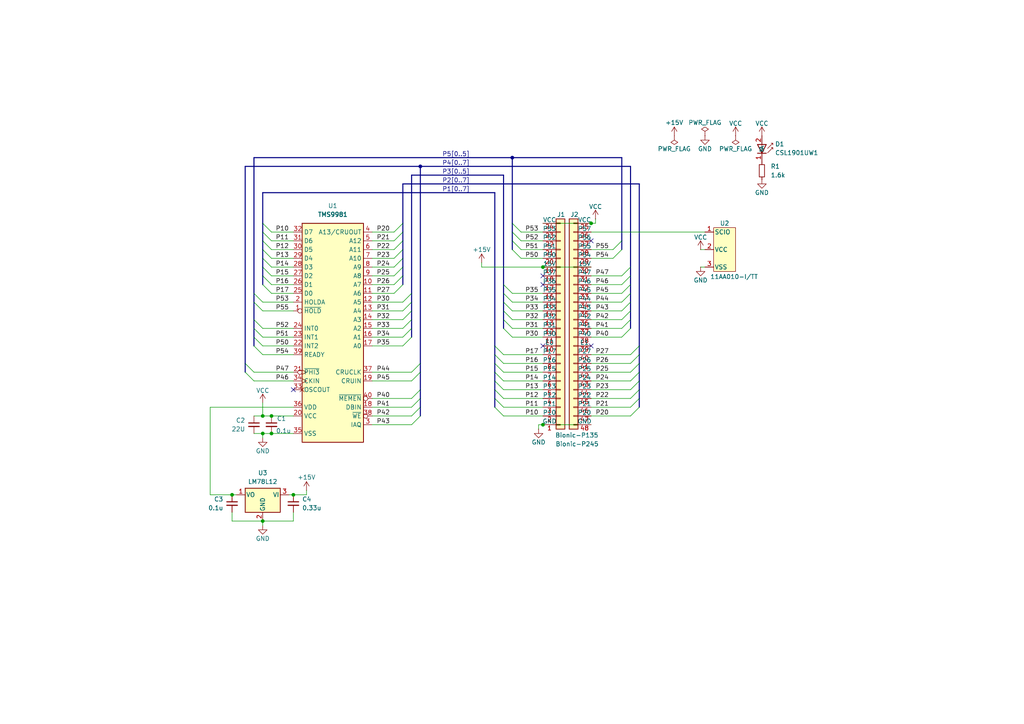
<source format=kicad_sch>
(kicad_sch (version 20231120) (generator "eeschema") (generator_version "8.0")
  (paper "A4")
  (title_block (title "BionicTMS9981") (date "2024-12-28") (rev "2") (company "Tadashi G. Takaoka"))
  (lib_symbols
    (symbol "0-LocalLibrary:11AA010-I_TT" (pin_names (offset 0.254))
      (property "Reference" "U" (at 2.54 1.27 0))
      (property "Value" "11AA010-I/TT" (at 3.81 -13.97 0))
      (symbol "11AA010-I_TT_1_1"
        (rectangle (start 0 0) (end 6.35 -12.7) (fill (type background)))
        (pin bidirectional line (at -2.54 -1.27 0) (length 2.54) (name "SCIO") (number "1"))
        (pin power_in line (at -2.54 -6.35 0) (length 2.54) (name "VCC") (number "2"))
        (pin power_in line (at -2.54 -11.43 0) (length 2.54) (name "VSS") (number "3"))
      )
    )
    (symbol "0-LocalLibrary:Bionic-P135" (pin_names (offset 0))
      (property "Reference" "J" (at 0 30.48 0))
      (property "Value" "Bionic-P135" (at -1.27 -33.02 0))
      (symbol "Bionic-P135_1_1"
        (rectangle (start 0 -30.353) (end -1.27 -30.607) (stroke (width 0.1524)))
        (rectangle (start 0 -27.813) (end -1.27 -28.067) (stroke (width 0.1524)))
        (rectangle (start 0 -25.273) (end -1.27 -25.527) (stroke (width 0.1524)))
        (rectangle (start 0 -22.733) (end -1.27 -22.987) (stroke (width 0.1524)))
        (rectangle (start 0 -20.193) (end -1.27 -20.447) (stroke (width 0.1524)))
        (rectangle (start 0 -17.653) (end -1.27 -17.907) (stroke (width 0.1524)))
        (rectangle (start 0 -15.113) (end -1.27 -15.367) (stroke (width 0.1524)))
        (rectangle (start 0 -12.573) (end -1.27 -12.827) (stroke (width 0.1524)))
        (rectangle (start 0 -10.033) (end -1.27 -10.287) (stroke (width 0.1524)))
        (rectangle (start 0 -7.493) (end -1.27 -7.747) (stroke (width 0.1524)))
        (rectangle (start 0 -4.953) (end -1.27 -5.207) (stroke (width 0.1524)))
        (rectangle (start 0 -2.413) (end -1.27 -2.667) (stroke (width 0.1524)))
        (rectangle (start 0 0.127) (end -1.27 -0.127) (stroke (width 0.1524)))
        (rectangle (start 0 2.667) (end -1.27 2.413) (stroke (width 0.1524)))
        (rectangle (start 0 5.207) (end -1.27 4.953) (stroke (width 0.1524)))
        (rectangle (start 0 7.747) (end -1.27 7.493) (stroke (width 0.1524)))
        (rectangle (start 0 10.287) (end -1.27 10.033) (stroke (width 0.1524)))
        (rectangle (start 0 12.827) (end -1.27 12.573) (stroke (width 0.1524)))
        (rectangle (start 0 15.367) (end -1.27 15.113) (stroke (width 0.1524)))
        (rectangle (start 0 17.907) (end -1.27 17.653) (stroke (width 0.1524)))
        (rectangle (start 0 20.447) (end -1.27 20.193) (stroke (width 0.1524)))
        (rectangle (start 0 22.987) (end -1.27 22.733) (stroke (width 0.1524)))
        (rectangle (start 0 25.527) (end -1.27 25.273) (stroke (width 0.1524)))
        (rectangle (start 0 28.067) (end -1.27 27.813) (stroke (width 0.1524)))
        (rectangle (start 1.27 29.21) (end -1.27 -31.75) (stroke (width 0.254)) (fill (type background)))
        (pin power_in line (at -5.08 -30.48 0) (length 3.81) (name "GND") (number "1"))
        (pin bidirectional line (at -5.08 -7.62 0) (length 3.81) (name "E0") (number "10"))
        (pin bidirectional line (at -5.08 -5.08 0) (length 3.81) (name "P30") (number "11"))
        (pin bidirectional line (at -5.08 -2.54 0) (length 3.81) (name "P31") (number "12"))
        (pin bidirectional line (at -5.08 0 0) (length 3.81) (name "P32") (number "13"))
        (pin bidirectional line (at -5.08 2.54 0) (length 3.81) (name "P33") (number "14"))
        (pin bidirectional line (at -5.08 5.08 0) (length 3.81) (name "P34") (number "15"))
        (pin bidirectional line (at -5.08 7.62 0) (length 3.81) (name "P35") (number "16"))
        (pin bidirectional line (at -5.08 10.16 0) (length 3.81) (name "P36") (number "17"))
        (pin bidirectional line (at -5.08 12.7 0) (length 3.81) (name "P37") (number "18"))
        (pin power_in line (at -5.08 15.24 0) (length 3.81) (name "15V") (number "19"))
        (pin bidirectional line (at -5.08 -27.94 0) (length 3.81) (name "P10") (number "2"))
        (pin bidirectional line (at -5.08 17.78 0) (length 3.81) (name "P50") (number "20"))
        (pin bidirectional line (at -5.08 20.32 0) (length 3.81) (name "P51") (number "21"))
        (pin bidirectional line (at -5.08 22.86 0) (length 3.81) (name "P52") (number "22"))
        (pin bidirectional line (at -5.08 25.4 0) (length 3.81) (name "P53") (number "23"))
        (pin power_in line (at -5.08 27.94 0) (length 3.81) (name "VCC") (number "24"))
        (pin bidirectional line (at -5.08 -25.4 0) (length 3.81) (name "P11") (number "3"))
        (pin bidirectional line (at -5.08 -22.86 0) (length 3.81) (name "P12") (number "4"))
        (pin bidirectional line (at -5.08 -20.32 0) (length 3.81) (name "P13") (number "5"))
        (pin bidirectional line (at -5.08 -17.78 0) (length 3.81) (name "P14") (number "6"))
        (pin bidirectional line (at -5.08 -15.24 0) (length 3.81) (name "P15") (number "7"))
        (pin bidirectional line (at -5.08 -12.7 0) (length 3.81) (name "P16") (number "8"))
        (pin bidirectional line (at -5.08 -10.16 0) (length 3.81) (name "P17") (number "9"))
      )
    )
    (symbol "0-LocalLibrary:Bionic-P245" (pin_names (offset 0))
      (property "Reference" "J" (at -3.81 30.48 0))
      (property "Value" "Bionic-P245" (at -1.27 -33.02 0))
      (symbol "Bionic-P245_1_1"
        (rectangle (start -2.54 -30.607) (end -3.81 -30.353) (stroke (width 0.1524)))
        (rectangle (start -2.54 -28.067) (end -3.81 -27.813) (stroke (width 0.1524)))
        (rectangle (start -2.54 -25.527) (end -3.81 -25.273) (stroke (width 0.1524)))
        (rectangle (start -2.54 -22.987) (end -3.81 -22.733) (stroke (width 0.1524)))
        (rectangle (start -2.54 -20.447) (end -3.81 -20.193) (stroke (width 0.1524)))
        (rectangle (start -2.54 -17.907) (end -3.81 -17.653) (stroke (width 0.1524)))
        (rectangle (start -2.54 -15.367) (end -3.81 -15.113) (stroke (width 0.1524)))
        (rectangle (start -2.54 -12.827) (end -3.81 -12.573) (stroke (width 0.1524)))
        (rectangle (start -2.54 -10.287) (end -3.81 -10.033) (stroke (width 0.1524)))
        (rectangle (start -2.54 -7.747) (end -3.81 -7.493) (stroke (width 0.1524)))
        (rectangle (start -2.54 -5.207) (end -3.81 -4.953) (stroke (width 0.1524)))
        (rectangle (start -2.54 -2.667) (end -3.81 -2.413) (stroke (width 0.1524)))
        (rectangle (start -2.54 -0.127) (end -3.81 0.127) (stroke (width 0.1524)))
        (rectangle (start -2.54 2.413) (end -3.81 2.667) (stroke (width 0.1524)))
        (rectangle (start -2.54 4.953) (end -3.81 5.207) (stroke (width 0.1524)))
        (rectangle (start -2.54 7.493) (end -3.81 7.747) (stroke (width 0.1524)))
        (rectangle (start -2.54 10.033) (end -3.81 10.287) (stroke (width 0.1524)))
        (rectangle (start -2.54 12.573) (end -3.81 12.827) (stroke (width 0.1524)))
        (rectangle (start -2.54 15.113) (end -3.81 15.367) (stroke (width 0.1524)))
        (rectangle (start -2.54 17.653) (end -3.81 17.907) (stroke (width 0.1524)))
        (rectangle (start -2.54 20.193) (end -3.81 20.447) (stroke (width 0.1524)))
        (rectangle (start -2.54 22.733) (end -3.81 22.987) (stroke (width 0.1524)))
        (rectangle (start -2.54 25.273) (end -3.81 25.527) (stroke (width 0.1524)))
        (rectangle (start -2.54 27.813) (end -3.81 28.067) (stroke (width 0.1524)))
        (rectangle (start -2.54 29.21) (end -5.08 -31.75) (stroke (width 0.254)) (fill (type background)))
        (pin power_in line (at 1.27 27.94 180) (length 3.81) (name "VCC") (number "25"))
        (pin bidirectional line (at 1.27 25.4 180) (length 3.81) (name "P57") (number "26"))
        (pin bidirectional line (at 1.27 22.86 180) (length 3.81) (name "P56") (number "27"))
        (pin bidirectional line (at 1.27 20.32 180) (length 3.81) (name "P55") (number "28"))
        (pin bidirectional line (at 1.27 17.78 180) (length 3.81) (name "P54") (number "29"))
        (pin power_in line (at 1.27 15.24 180) (length 3.81) (name "15V") (number "30"))
        (pin bidirectional line (at 1.27 12.7 180) (length 3.81) (name "P47") (number "31"))
        (pin bidirectional line (at 1.27 10.16 180) (length 3.81) (name "P46") (number "32"))
        (pin bidirectional line (at 1.27 7.62 180) (length 3.81) (name "P45") (number "33"))
        (pin bidirectional line (at 1.27 5.08 180) (length 3.81) (name "P44") (number "34"))
        (pin bidirectional line (at 1.27 2.54 180) (length 3.81) (name "P43") (number "35"))
        (pin bidirectional line (at 1.27 0 180) (length 3.81) (name "P42") (number "36"))
        (pin bidirectional line (at 1.27 -2.54 180) (length 3.81) (name "P41") (number "37"))
        (pin bidirectional line (at 1.27 -5.08 180) (length 3.81) (name "P40") (number "38"))
        (pin bidirectional line (at 1.27 -7.62 180) (length 3.81) (name "E1") (number "39"))
        (pin bidirectional line (at 1.27 -10.16 180) (length 3.81) (name "P27") (number "40"))
        (pin bidirectional line (at 1.27 -12.7 180) (length 3.81) (name "P26") (number "41"))
        (pin bidirectional line (at 1.27 -15.24 180) (length 3.81) (name "P25") (number "42"))
        (pin bidirectional line (at 1.27 -17.78 180) (length 3.81) (name "P24") (number "43"))
        (pin bidirectional line (at 1.27 -20.32 180) (length 3.81) (name "P23") (number "44"))
        (pin bidirectional line (at 1.27 -22.86 180) (length 3.81) (name "P22") (number "45"))
        (pin bidirectional line (at 1.27 -25.4 180) (length 3.81) (name "P21") (number "46"))
        (pin bidirectional line (at 1.27 -27.94 180) (length 3.81) (name "P20") (number "47"))
        (pin power_in line (at 1.27 -30.48 180) (length 3.81) (name "GND") (number "48"))
      )
    )
    (symbol "0-LocalLibrary:CSL1901UW1" (pin_names (offset 0.254))
      (property "Reference" "D" (at 3.81 -2.54 0))
      (property "Value" "CSL1901UW1" (at 3.81 -5.08 0))
      (symbol "CSL1901UW1_0_1"
        (polyline (pts (xy 2.159 3.175) (xy 2.667 3.175)))
        (polyline (pts (xy 2.54 0) (xy 5.08 0)))
        (polyline (pts (xy 5.08 1.27) (xy 5.08 -1.27)) (stroke (width 0.254)))
        (polyline (pts (xy 3.683 1.651) (xy 2.159 3.175) (xy 2.159 2.667)))
        (polyline (pts (xy 2.54 -1.27) (xy 5.08 0) (xy 2.54 1.27) (xy 2.54 -1.27)) (stroke (width 0.254)))
        (polyline (pts (xy 4.953 1.651) (xy 3.429 3.175) (xy 3.429 2.667) (xy 3.429 3.175) (xy 3.937 3.175)))
      )
      (symbol "CSL1901UW1_1_1"
        (pin passive line (at 7.62 0 180) (length 2.54) (name "K") (number "1"))
        (pin passive line (at 0 0 0) (length 2.54) (name "A") (number "2"))
      )
      (symbol "CSL1901UW1_1_2"
        (polyline (pts (xy -5.08 7.62) (xy -4.445 8.255)) (stroke (width 0.2032)))
        (polyline (pts (xy -5.08 8.255) (xy -5.08 7.62)) (stroke (width 0.2032)))
        (polyline (pts (xy -4.445 6.35) (xy -3.81 6.985)) (stroke (width 0.2032)))
        (polyline (pts (xy -4.445 8.255) (xy -5.08 8.255)) (stroke (width 0.2032)))
        (polyline (pts (xy -4.445 9.525) (xy -3.81 10.16)) (stroke (width 0.2032)))
        (polyline (pts (xy -4.445 10.16) (xy -4.445 9.525)) (stroke (width 0.2032)))
        (polyline (pts (xy -3.81 6.985) (xy -5.08 8.255)) (stroke (width 0.2032)))
        (polyline (pts (xy -3.81 8.255) (xy -3.175 8.89)) (stroke (width 0.2032)))
        (polyline (pts (xy -3.81 10.16) (xy -4.445 10.16)) (stroke (width 0.2032)))
        (polyline (pts (xy -3.175 5.08) (xy -4.445 6.35)) (stroke (width 0.2032)))
        (polyline (pts (xy -3.175 8.89) (xy -4.445 10.16)) (stroke (width 0.2032)))
        (polyline (pts (xy -2.54 6.985) (xy -3.81 8.255)) (stroke (width 0.2032)))
        (polyline (pts (xy -1.905 3.81) (xy 1.905 3.81)) (stroke (width 0.2032)))
        (polyline (pts (xy 0 2.54) (xy 0 3.4798)) (stroke (width 0.2032)))
        (polyline (pts (xy 0 3.175) (xy 0 3.81)) (stroke (width 0.2032)))
        (polyline (pts (xy 0 6.35) (xy -1.905 3.81)) (stroke (width 0.2032)))
        (polyline (pts (xy 0 6.35) (xy 0 7.62)) (stroke (width 0.2032)))
        (polyline (pts (xy 1.905 3.81) (xy 0 6.35)) (stroke (width 0.2032)))
        (polyline (pts (xy 1.905 6.35) (xy -1.905 6.35)) (stroke (width 0.2032)))
        (pin unspecified line (at 0 10.16 270) (length 2.54) (name "") (number "1"))
        (pin unspecified line (at 0 0 90) (length 2.54) (name "") (number "2"))
      )
    )
    (symbol "0-LocalLibrary:TMS9981"
      (property "Reference" "U" (at -1.27 31.75 0))
      (property "Value" "TMS9981" (at 0 -3.81 90))
      (symbol "TMS9981_0_1"
        (rectangle (start -8.89 -33.02) (end 8.89 30.48) (stroke (width 0.254)) (fill (type background)))
      )
      (symbol "TMS9981_1_1"
        (pin input inverted (at -11.43 5.08 0) (length 2.54) (name "~{HOLD}") (number "1"))
        (pin output line (at 11.43 12.7 180) (length 2.54) (name "A7") (number "10"))
        (pin output line (at 11.43 10.16 180) (length 2.54) (name "A6") (number "11"))
        (pin output line (at 11.43 7.62 180) (length 2.54) (name "A5") (number "12"))
        (pin output line (at 11.43 5.08 180) (length 2.54) (name "A4") (number "13"))
        (pin output line (at 11.43 2.54 180) (length 2.54) (name "A3") (number "14"))
        (pin output line (at 11.43 0 180) (length 2.54) (name "A2") (number "15"))
        (pin output line (at 11.43 -2.54 180) (length 2.54) (name "A1") (number "16"))
        (pin output line (at 11.43 -5.08 180) (length 2.54) (name "A0") (number "17"))
        (pin output line (at 11.43 -22.86 180) (length 2.54) (name "DBIN") (number "18"))
        (pin input line (at 11.43 -15.24 180) (length 2.54) (name "CRUIN") (number "19"))
        (pin output line (at -11.43 7.62 0) (length 2.54) (name "HOLDA") (number "2"))
        (pin power_in line (at -11.43 -25.4 0) (length 2.54) (name "VCC") (number "20"))
        (pin output inverted_clock (at -11.43 -12.7 0) (length 2.54) (name "~{PHI3}") (number "21"))
        (pin input line (at -11.43 -5.08 0) (length 2.54) (name "INT2") (number "22"))
        (pin input line (at -11.43 -2.54 0) (length 2.54) (name "INT1") (number "23"))
        (pin input line (at -11.43 0 0) (length 2.54) (name "INT0") (number "24"))
        (pin bidirectional line (at -11.43 10.16 0) (length 2.54) (name "D0") (number "25"))
        (pin bidirectional line (at -11.43 12.7 0) (length 2.54) (name "D1") (number "26"))
        (pin bidirectional line (at -11.43 15.24 0) (length 2.54) (name "D2") (number "27"))
        (pin bidirectional line (at -11.43 17.78 0) (length 2.54) (name "D3") (number "28"))
        (pin bidirectional line (at -11.43 20.32 0) (length 2.54) (name "D4") (number "29"))
        (pin output line (at 11.43 -27.94 180) (length 2.54) (name "IAQ") (number "3"))
        (pin bidirectional line (at -11.43 22.86 0) (length 2.54) (name "D5") (number "30"))
        (pin bidirectional line (at -11.43 25.4 0) (length 2.54) (name "D6") (number "31"))
        (pin bidirectional line (at -11.43 27.94 0) (length 2.54) (name "D7") (number "32"))
        (pin passive non_logic (at -11.43 -17.78 0) (length 2.54) (name "OSCOUT") (number "33"))
        (pin input clock (at -11.43 -15.24 0) (length 2.54) (name "CKIN") (number "34"))
        (pin power_in line (at -11.43 -30.48 0) (length 2.54) (name "VSS") (number "35"))
        (pin power_in line (at -11.43 -22.86 0) (length 2.54) (name "VDD") (number "36"))
        (pin output line (at 11.43 -12.7 180) (length 2.54) (name "CRUCLK") (number "37"))
        (pin output inverted (at 11.43 -25.4 180) (length 2.54) (name "~{WE}") (number "38"))
        (pin input line (at -11.43 -7.62 0) (length 2.54) (name "READY") (number "39"))
        (pin output line (at 11.43 27.94 180) (length 2.54) (name "A13/CRUOUT") (number "4"))
        (pin output inverted (at 11.43 -20.32 180) (length 2.54) (name "~{MEMEN}") (number "40"))
        (pin output line (at 11.43 25.4 180) (length 2.54) (name "A12") (number "5"))
        (pin output line (at 11.43 22.86 180) (length 2.54) (name "A11") (number "6"))
        (pin output line (at 11.43 20.32 180) (length 2.54) (name "A10") (number "7"))
        (pin output line (at 11.43 17.78 180) (length 2.54) (name "A9") (number "8"))
        (pin output line (at 11.43 15.24 180) (length 2.54) (name "A8") (number "9"))
      )
    )
    (symbol "Device:C_Small" (pin_numbers hide) (pin_names (offset 0.254) hide)
      (property "Reference" "C" (at 0.254 1.778 0))
      (property "Value" "C_Small" (at 0.254 -2.032 0))
      (symbol "C_Small_0_1"
        (polyline (pts (xy -1.524 -0.508) (xy 1.524 -0.508)) (stroke (width 0.3302)))
        (polyline (pts (xy -1.524 0.508) (xy 1.524 0.508)) (stroke (width 0.3048)))
      )
      (symbol "C_Small_1_1"
        (pin passive line (at 0 2.54 270) (length 2.032) (name "~") (number "1"))
        (pin passive line (at 0 -2.54 90) (length 2.032) (name "~") (number "2"))
      )
    )
    (symbol "Device:R_Small" (pin_numbers hide) (pin_names (offset 0.254) hide)
      (property "Reference" "R" (at 0.762 0.508 0))
      (property "Value" "R_Small" (at 0.762 -1.016 0))
      (symbol "R_Small_0_1"
        (rectangle (start -0.762 1.778) (end 0.762 -1.778) (stroke (width 0.2032)))
      )
      (symbol "R_Small_1_1"
        (pin passive line (at 0 2.54 270) (length 0.762) (name "~") (number "1"))
        (pin passive line (at 0 -2.54 90) (length 0.762) (name "~") (number "2"))
      )
    )
    (symbol "Regulator_Linear:LM78L12_TO92" (pin_names (offset 0.254))
      (property "Reference" "U" (at -3.81 3.175 0))
      (property "Value" "LM78L12_TO92" (at 0 3.175 0))
      (symbol "LM78L12_TO92_0_1"
        (rectangle (start -5.08 -5.08) (end 5.08 1.905) (stroke (width 0.254)) (fill (type background)))
      )
      (symbol "LM78L12_TO92_1_1"
        (pin power_out line (at 7.62 0 180) (length 2.54) (name "VO") (number "1"))
        (pin power_in line (at 0 -7.62 90) (length 2.54) (name "GND") (number "2"))
        (pin power_in line (at -7.62 0 0) (length 2.54) (name "VI") (number "3"))
      )
    )
    (symbol "power:+15V" (power) (pin_numbers hide) (pin_names (offset 0) hide)
      (property "Value" "+15V" (at 0 3.556 0))
      (symbol "+15V_0_1"
        (polyline (pts (xy -0.762 1.27) (xy 0 2.54)))
        (polyline (pts (xy 0 0) (xy 0 2.54)))
        (polyline (pts (xy 0 2.54) (xy 0.762 1.27)))
      )
      (symbol "+15V_1_1"
        (pin power_in line (at 0 0 90) (length 0) (name "~") (number "1"))
      )
    )
    (symbol "power:GND" (power) (pin_numbers hide) (pin_names (offset 0) hide)
      (property "Value" "GND" (at 0 -3.81 0))
      (symbol "GND_0_1"
        (polyline (pts (xy 0 0) (xy 0 -1.27) (xy 1.27 -1.27) (xy 0 -2.54) (xy -1.27 -1.27) (xy 0 -1.27)))
      )
      (symbol "GND_1_1"
        (pin power_in line (at 0 0 270) (length 0) (name "~") (number "1"))
      )
    )
    (symbol "power:PWR_FLAG" (power) (pin_numbers hide) (pin_names (offset 0) hide)
      (property "Value" "PWR_FLAG" (at 0 3.81 0))
      (symbol "PWR_FLAG_0_0"
        (pin power_out line (at 0 0 90) (length 0) (name "~") (number "1"))
      )
      (symbol "PWR_FLAG_0_1"
        (polyline (pts (xy 0 0) (xy 0 1.27) (xy -1.016 1.905) (xy 0 2.54) (xy 1.016 1.905) (xy 0 1.27)))
      )
    )
    (symbol "power:VCC" (power) (pin_numbers hide) (pin_names (offset 0) hide)
      (property "Value" "VCC" (at 0 3.556 0))
      (symbol "VCC_0_1"
        (polyline (pts (xy -0.762 1.27) (xy 0 2.54)))
        (polyline (pts (xy 0 0) (xy 0 2.54)))
        (polyline (pts (xy 0 2.54) (xy 0.762 1.27)))
      )
      (symbol "VCC_1_1"
        (pin power_in line (at 0 0 90) (length 0) (name "~") (number "1"))
      )
    )
  )
  (junction (at 171.45 64.77))
  (junction (at 76.2 125.73))
  (junction (at 78.74 120.65))
  (junction (at 76.2 120.65))
  (junction (at 78.74 125.73))
  (junction (at 157.48 77.47))
  (junction (at 157.48 123.19))
  (junction (at 67.31 143.51))
  (junction (at 148.59 45.72))
  (junction (at 76.2 151.13))
  (junction (at 85.09 143.51))
  (junction (at 121.92 48.26))
  (no_connect (at 157.48 100.33))
  (no_connect (at 171.45 69.85))
  (no_connect (at 85.09 113.03))
  (no_connect (at 157.48 82.55))
  (no_connect (at 171.45 100.33))
  (no_connect (at 157.48 80.01))
  (bus_entry (at 143.51 113.03) (size 2.54 2.54))
  (bus_entry (at 76.2 64.77) (size 2.54 2.54))
  (bus_entry (at 143.51 110.49) (size 2.54 2.54))
  (bus_entry (at 119.38 90.17) (size -2.54 2.54))
  (bus_entry (at 76.2 74.93) (size 2.54 2.54))
  (bus_entry (at 182.88 90.17) (size -2.54 2.54))
  (bus_entry (at 148.59 69.85) (size 2.54 2.54))
  (bus_entry (at 121.92 118.11) (size -2.54 2.54))
  (bus_entry (at 185.42 102.87) (size -2.54 2.54))
  (bus_entry (at 73.66 95.25) (size 2.54 2.54))
  (bus_entry (at 148.59 67.31) (size 2.54 2.54))
  (bus_entry (at 185.42 100.33) (size -2.54 2.54))
  (bus_entry (at 182.88 85.09) (size -2.54 2.54))
  (bus_entry (at 119.38 97.79) (size -2.54 2.54))
  (bus_entry (at 121.92 115.57) (size -2.54 2.54))
  (bus_entry (at 185.42 107.95) (size -2.54 2.54))
  (bus_entry (at 143.51 118.11) (size 2.54 2.54))
  (bus_entry (at 76.2 69.85) (size 2.54 2.54))
  (bus_entry (at 71.12 105.41) (size 2.54 2.54))
  (bus_entry (at 116.84 67.31) (size -2.54 2.54))
  (bus_entry (at 182.88 87.63) (size -2.54 2.54))
  (bus_entry (at 119.38 92.71) (size -2.54 2.54))
  (bus_entry (at 182.88 80.01) (size -2.54 2.54))
  (bus_entry (at 182.88 82.55) (size -2.54 2.54))
  (bus_entry (at 73.66 100.33) (size 2.54 2.54))
  (bus_entry (at 185.42 118.11) (size -2.54 2.54))
  (bus_entry (at 180.34 72.39) (size -2.54 2.54))
  (bus_entry (at 185.42 110.49) (size -2.54 2.54))
  (bus_entry (at 143.51 115.57) (size 2.54 2.54))
  (bus_entry (at 143.51 102.87) (size 2.54 2.54))
  (bus_entry (at 76.2 72.39) (size 2.54 2.54))
  (bus_entry (at 143.51 107.95) (size 2.54 2.54))
  (bus_entry (at 185.42 105.41) (size -2.54 2.54))
  (bus_entry (at 119.38 87.63) (size -2.54 2.54))
  (bus_entry (at 148.59 64.77) (size 2.54 2.54))
  (bus_entry (at 116.84 72.39) (size -2.54 2.54))
  (bus_entry (at 143.51 100.33) (size 2.54 2.54))
  (bus_entry (at 121.92 105.41) (size -2.54 2.54))
  (bus_entry (at 185.42 115.57) (size -2.54 2.54))
  (bus_entry (at 76.2 80.01) (size 2.54 2.54))
  (bus_entry (at 73.66 85.09) (size 2.54 2.54))
  (bus_entry (at 116.84 69.85) (size -2.54 2.54))
  (bus_entry (at 121.92 120.65) (size -2.54 2.54))
  (bus_entry (at 73.66 92.71) (size 2.54 2.54))
  (bus_entry (at 116.84 80.01) (size -2.54 2.54))
  (bus_entry (at 146.05 87.63) (size 2.54 2.54))
  (bus_entry (at 119.38 85.09) (size -2.54 2.54))
  (bus_entry (at 121.92 107.95) (size -2.54 2.54))
  (bus_entry (at 76.2 77.47) (size 2.54 2.54))
  (bus_entry (at 116.84 74.93) (size -2.54 2.54))
  (bus_entry (at 121.92 113.03) (size -2.54 2.54))
  (bus_entry (at 148.59 72.39) (size 2.54 2.54))
  (bus_entry (at 116.84 77.47) (size -2.54 2.54))
  (bus_entry (at 182.88 77.47) (size -2.54 2.54))
  (bus_entry (at 116.84 64.77) (size -2.54 2.54))
  (bus_entry (at 146.05 95.25) (size 2.54 2.54))
  (bus_entry (at 73.66 87.63) (size 2.54 2.54))
  (bus_entry (at 143.51 105.41) (size 2.54 2.54))
  (bus_entry (at 116.84 82.55) (size -2.54 2.54))
  (bus_entry (at 146.05 82.55) (size 2.54 2.54))
  (bus_entry (at 73.66 97.79) (size 2.54 2.54))
  (bus_entry (at 119.38 95.25) (size -2.54 2.54))
  (bus_entry (at 76.2 67.31) (size 2.54 2.54))
  (bus_entry (at 182.88 95.25) (size -2.54 2.54))
  (bus_entry (at 146.05 90.17) (size 2.54 2.54))
  (bus_entry (at 146.05 92.71) (size 2.54 2.54))
  (bus_entry (at 76.2 82.55) (size 2.54 2.54))
  (bus_entry (at 71.12 107.95) (size 2.54 2.54))
  (bus_entry (at 182.88 92.71) (size -2.54 2.54))
  (bus_entry (at 180.34 69.85) (size -2.54 2.54))
  (bus_entry (at 146.05 85.09) (size 2.54 2.54))
  (bus_entry (at 185.42 113.03) (size -2.54 2.54))
  (wire (pts (xy 60.96 118.11) (xy 60.96 143.51)))
  (bus (pts (xy 143.51 102.87) (xy 143.51 100.33)))
  (wire (pts (xy 67.31 148.59) (xy 67.31 151.13)))
  (wire (pts (xy 146.05 107.95) (xy 157.48 107.95)))
  (wire (pts (xy 171.45 80.01) (xy 180.34 80.01)))
  (bus (pts (xy 146.05 50.8) (xy 119.38 50.8)))
  (wire (pts (xy 107.95 97.79) (xy 116.84 97.79)))
  (wire (pts (xy 107.95 118.11) (xy 119.38 118.11)))
  (wire (pts (xy 107.95 100.33) (xy 116.84 100.33)))
  (wire (pts (xy 76.2 120.65) (xy 78.74 120.65)))
  (bus (pts (xy 119.38 87.63) (xy 119.38 90.17)))
  (wire (pts (xy 78.74 72.39) (xy 85.09 72.39)))
  (wire (pts (xy 78.74 125.73) (xy 85.09 125.73)))
  (bus (pts (xy 76.2 69.85) (xy 76.2 72.39)))
  (wire (pts (xy 203.2 77.47) (xy 204.47 77.47)))
  (bus (pts (xy 185.42 107.95) (xy 185.42 110.49)))
  (wire (pts (xy 107.95 69.85) (xy 114.3 69.85)))
  (bus (pts (xy 146.05 95.25) (xy 146.05 92.71)))
  (wire (pts (xy 107.95 110.49) (xy 119.38 110.49)))
  (wire (pts (xy 148.59 92.71) (xy 157.48 92.71)))
  (wire (pts (xy 85.09 118.11) (xy 60.96 118.11)))
  (wire (pts (xy 171.45 107.95) (xy 182.88 107.95)))
  (bus (pts (xy 121.92 115.57) (xy 121.92 113.03)))
  (wire (pts (xy 148.59 85.09) (xy 157.48 85.09)))
  (bus (pts (xy 119.38 90.17) (xy 119.38 92.71)))
  (wire (pts (xy 146.05 110.49) (xy 157.48 110.49)))
  (bus (pts (xy 146.05 82.55) (xy 146.05 50.8)))
  (wire (pts (xy 107.95 77.47) (xy 114.3 77.47)))
  (wire (pts (xy 78.74 69.85) (xy 85.09 69.85)))
  (wire (pts (xy 76.2 97.79) (xy 85.09 97.79)))
  (wire (pts (xy 148.59 95.25) (xy 157.48 95.25)))
  (bus (pts (xy 116.84 80.01) (xy 116.84 77.47)))
  (wire (pts (xy 88.9 142.24) (xy 88.9 143.51)))
  (wire (pts (xy 83.82 143.51) (xy 85.09 143.51)))
  (bus (pts (xy 143.51 113.03) (xy 143.51 110.49)))
  (wire (pts (xy 171.45 105.41) (xy 182.88 105.41)))
  (wire (pts (xy 107.95 120.65) (xy 119.38 120.65)))
  (wire (pts (xy 107.95 107.95) (xy 119.38 107.95)))
  (wire (pts (xy 171.45 72.39) (xy 177.8 72.39)))
  (wire (pts (xy 157.48 123.19) (xy 171.45 123.19)))
  (bus (pts (xy 121.92 118.11) (xy 121.92 115.57)))
  (bus (pts (xy 180.34 72.39) (xy 180.34 69.85)))
  (wire (pts (xy 148.59 87.63) (xy 157.48 87.63)))
  (wire (pts (xy 73.66 125.73) (xy 76.2 125.73)))
  (wire (pts (xy 139.7 76.2) (xy 139.7 77.47)))
  (wire (pts (xy 76.2 90.17) (xy 85.09 90.17)))
  (wire (pts (xy 107.95 115.57) (xy 119.38 115.57)))
  (wire (pts (xy 73.66 120.65) (xy 76.2 120.65)))
  (wire (pts (xy 148.59 90.17) (xy 157.48 90.17)))
  (wire (pts (xy 171.45 120.65) (xy 182.88 120.65)))
  (wire (pts (xy 146.05 118.11) (xy 157.48 118.11)))
  (bus (pts (xy 185.42 110.49) (xy 185.42 113.03)))
  (wire (pts (xy 151.13 72.39) (xy 157.48 72.39)))
  (bus (pts (xy 71.12 107.95) (xy 71.12 105.41)))
  (bus (pts (xy 116.84 53.34) (xy 185.42 53.34)))
  (wire (pts (xy 107.95 87.63) (xy 116.84 87.63)))
  (wire (pts (xy 76.2 95.25) (xy 85.09 95.25)))
  (wire (pts (xy 171.45 95.25) (xy 180.34 95.25)))
  (bus (pts (xy 182.88 87.63) (xy 182.88 90.17)))
  (wire (pts (xy 157.48 77.47) (xy 171.45 77.47)))
  (wire (pts (xy 171.45 97.79) (xy 180.34 97.79)))
  (wire (pts (xy 88.9 143.51) (xy 85.09 143.51)))
  (wire (pts (xy 107.95 82.55) (xy 114.3 82.55)))
  (bus (pts (xy 185.42 115.57) (xy 185.42 118.11)))
  (bus (pts (xy 73.66 95.25) (xy 73.66 92.71)))
  (wire (pts (xy 171.45 92.71) (xy 180.34 92.71)))
  (bus (pts (xy 116.84 67.31) (xy 116.84 64.77)))
  (bus (pts (xy 143.51 107.95) (xy 143.51 105.41)))
  (bus (pts (xy 185.42 105.41) (xy 185.42 107.95)))
  (bus (pts (xy 143.51 55.88) (xy 76.2 55.88)))
  (wire (pts (xy 171.45 118.11) (xy 182.88 118.11)))
  (wire (pts (xy 107.95 90.17) (xy 116.84 90.17)))
  (wire (pts (xy 146.05 113.03) (xy 157.48 113.03)))
  (wire (pts (xy 171.45 85.09) (xy 180.34 85.09)))
  (wire (pts (xy 76.2 87.63) (xy 85.09 87.63)))
  (wire (pts (xy 85.09 148.59) (xy 85.09 151.13)))
  (bus (pts (xy 182.88 85.09) (xy 182.88 87.63)))
  (bus (pts (xy 71.12 48.26) (xy 121.92 48.26)))
  (bus (pts (xy 116.84 74.93) (xy 116.84 72.39)))
  (bus (pts (xy 121.92 120.65) (xy 121.92 118.11)))
  (wire (pts (xy 139.7 77.47) (xy 157.48 77.47)))
  (wire (pts (xy 172.72 63.5) (xy 172.72 64.77)))
  (wire (pts (xy 203.2 72.39) (xy 204.47 72.39)))
  (bus (pts (xy 73.66 85.09) (xy 73.66 45.72)))
  (wire (pts (xy 67.31 143.51) (xy 68.58 143.51)))
  (wire (pts (xy 171.45 74.93) (xy 177.8 74.93)))
  (bus (pts (xy 116.84 77.47) (xy 116.84 74.93)))
  (bus (pts (xy 182.88 82.55) (xy 182.88 85.09)))
  (wire (pts (xy 107.95 67.31) (xy 114.3 67.31)))
  (bus (pts (xy 185.42 100.33) (xy 185.42 102.87)))
  (bus (pts (xy 185.42 102.87) (xy 185.42 105.41)))
  (bus (pts (xy 121.92 107.95) (xy 121.92 105.41)))
  (wire (pts (xy 76.2 100.33) (xy 85.09 100.33)))
  (wire (pts (xy 146.05 102.87) (xy 157.48 102.87)))
  (bus (pts (xy 185.42 113.03) (xy 185.42 115.57)))
  (wire (pts (xy 76.2 151.13) (xy 76.2 152.4)))
  (bus (pts (xy 143.51 100.33) (xy 143.51 55.88)))
  (wire (pts (xy 107.95 95.25) (xy 116.84 95.25)))
  (wire (pts (xy 151.13 69.85) (xy 157.48 69.85)))
  (bus (pts (xy 76.2 67.31) (xy 76.2 69.85)))
  (bus (pts (xy 121.92 113.03) (xy 121.92 107.95)))
  (wire (pts (xy 172.72 64.77) (xy 171.45 64.77)))
  (bus (pts (xy 182.88 92.71) (xy 182.88 95.25)))
  (wire (pts (xy 78.74 120.65) (xy 85.09 120.65)))
  (wire (pts (xy 78.74 80.01) (xy 85.09 80.01)))
  (bus (pts (xy 116.84 64.77) (xy 116.84 53.34)))
  (wire (pts (xy 73.66 107.95) (xy 85.09 107.95)))
  (bus (pts (xy 73.66 100.33) (xy 73.66 97.79)))
  (wire (pts (xy 78.74 77.47) (xy 85.09 77.47)))
  (wire (pts (xy 78.74 74.93) (xy 85.09 74.93)))
  (bus (pts (xy 119.38 95.25) (xy 119.38 97.79)))
  (wire (pts (xy 146.05 120.65) (xy 157.48 120.65)))
  (wire (pts (xy 60.96 143.51) (xy 67.31 143.51)))
  (bus (pts (xy 180.34 69.85) (xy 180.34 45.72)))
  (bus (pts (xy 76.2 80.01) (xy 76.2 82.55)))
  (bus (pts (xy 180.34 45.72) (xy 148.59 45.72)))
  (wire (pts (xy 76.2 116.84) (xy 76.2 120.65)))
  (bus (pts (xy 143.51 110.49) (xy 143.51 107.95)))
  (wire (pts (xy 156.21 123.19) (xy 156.21 124.46)))
  (wire (pts (xy 171.45 110.49) (xy 182.88 110.49)))
  (wire (pts (xy 107.95 85.09) (xy 114.3 85.09)))
  (wire (pts (xy 151.13 74.93) (xy 157.48 74.93)))
  (bus (pts (xy 119.38 92.71) (xy 119.38 95.25)))
  (bus (pts (xy 148.59 67.31) (xy 148.59 69.85)))
  (bus (pts (xy 182.88 90.17) (xy 182.88 92.71)))
  (wire (pts (xy 107.95 92.71) (xy 116.84 92.71)))
  (wire (pts (xy 107.95 80.01) (xy 114.3 80.01)))
  (bus (pts (xy 116.84 69.85) (xy 116.84 67.31)))
  (bus (pts (xy 143.51 118.11) (xy 143.51 115.57)))
  (wire (pts (xy 171.45 115.57) (xy 182.88 115.57)))
  (bus (pts (xy 146.05 90.17) (xy 146.05 87.63)))
  (wire (pts (xy 76.2 125.73) (xy 78.74 125.73)))
  (bus (pts (xy 73.66 92.71) (xy 73.66 87.63)))
  (bus (pts (xy 146.05 85.09) (xy 146.05 82.55)))
  (bus (pts (xy 116.84 82.55) (xy 116.84 80.01)))
  (bus (pts (xy 71.12 105.41) (xy 71.12 48.26)))
  (bus (pts (xy 146.05 87.63) (xy 146.05 85.09)))
  (bus (pts (xy 73.66 87.63) (xy 73.66 85.09)))
  (wire (pts (xy 73.66 110.49) (xy 85.09 110.49)))
  (wire (pts (xy 156.21 123.19) (xy 157.48 123.19)))
  (wire (pts (xy 107.95 74.93) (xy 114.3 74.93)))
  (wire (pts (xy 157.48 64.77) (xy 171.45 64.77)))
  (bus (pts (xy 119.38 50.8) (xy 119.38 85.09)))
  (bus (pts (xy 76.2 55.88) (xy 76.2 64.77)))
  (bus (pts (xy 119.38 85.09) (xy 119.38 87.63)))
  (bus (pts (xy 182.88 80.01) (xy 182.88 82.55)))
  (wire (pts (xy 171.45 90.17) (xy 180.34 90.17)))
  (wire (pts (xy 78.74 67.31) (xy 85.09 67.31)))
  (wire (pts (xy 146.05 105.41) (xy 157.48 105.41)))
  (wire (pts (xy 76.2 102.87) (xy 85.09 102.87)))
  (bus (pts (xy 185.42 53.34) (xy 185.42 100.33)))
  (bus (pts (xy 76.2 72.39) (xy 76.2 74.93)))
  (bus (pts (xy 182.88 48.26) (xy 182.88 77.47)))
  (wire (pts (xy 107.95 123.19) (xy 119.38 123.19)))
  (wire (pts (xy 171.45 67.31) (xy 204.47 67.31)))
  (bus (pts (xy 146.05 92.71) (xy 146.05 90.17)))
  (bus (pts (xy 73.66 97.79) (xy 73.66 95.25)))
  (bus (pts (xy 76.2 74.93) (xy 76.2 77.47)))
  (wire (pts (xy 78.74 82.55) (xy 85.09 82.55)))
  (bus (pts (xy 76.2 77.47) (xy 76.2 80.01)))
  (bus (pts (xy 148.59 69.85) (xy 148.59 72.39)))
  (wire (pts (xy 151.13 67.31) (xy 157.48 67.31)))
  (wire (pts (xy 171.45 87.63) (xy 180.34 87.63)))
  (wire (pts (xy 76.2 151.13) (xy 85.09 151.13)))
  (wire (pts (xy 146.05 115.57) (xy 157.48 115.57)))
  (wire (pts (xy 78.74 85.09) (xy 85.09 85.09)))
  (bus (pts (xy 148.59 64.77) (xy 148.59 67.31)))
  (bus (pts (xy 121.92 48.26) (xy 182.88 48.26)))
  (bus (pts (xy 182.88 77.47) (xy 182.88 80.01)))
  (wire (pts (xy 107.95 72.39) (xy 114.3 72.39)))
  (wire (pts (xy 171.45 102.87) (xy 182.88 102.87)))
  (bus (pts (xy 76.2 64.77) (xy 76.2 67.31)))
  (wire (pts (xy 148.59 97.79) (xy 157.48 97.79)))
  (bus (pts (xy 73.66 45.72) (xy 148.59 45.72)))
  (bus (pts (xy 116.84 72.39) (xy 116.84 69.85)))
  (bus (pts (xy 148.59 45.72) (xy 148.59 64.77)))
  (wire (pts (xy 67.31 151.13) (xy 76.2 151.13)))
  (wire (pts (xy 76.2 125.73) (xy 76.2 127)))
  (bus (pts (xy 143.51 115.57) (xy 143.51 113.03)))
  (wire (pts (xy 171.45 82.55) (xy 180.34 82.55)))
  (wire (pts (xy 171.45 113.03) (xy 182.88 113.03)))
  (bus (pts (xy 143.51 105.41) (xy 143.51 102.87)))
  (bus (pts (xy 121.92 105.41) (xy 121.92 48.26)))
  (label "P51" (at 156.21 72.39 180))
  (label "P15" (at 156.21 107.95 180))
  (label "P35" (at 156.21 85.09 180))
  (label "P21" (at 109.22 69.85 0))
  (label "P33" (at 109.22 95.25 0))
  (label "P53" (at 83.82 87.63 180))
  (label "P20" (at 172.72 120.65 0))
  (label "P54" (at 172.72 74.93 0))
  (label "P50" (at 156.21 74.93 180))
  (label "P13" (at 83.82 74.93 180))
  (label "P53" (at 156.21 67.31 180))
  (label "P14" (at 83.82 77.47 180))
  (label "P17" (at 83.82 85.09 180))
  (label "P47" (at 172.72 80.01 0))
  (label "P50" (at 83.82 100.33 180))
  (label "P16" (at 156.21 105.41 180))
  (label "P44" (at 109.22 107.95 0))
  (label "P20" (at 109.22 67.31 0))
  (label "P44" (at 172.72 87.63 0))
  (label "P55" (at 172.72 72.39 0))
  (label "P23" (at 109.22 74.93 0))
  (label "P11" (at 83.82 69.85 180))
  (label "P4[0..7]" (at 128.27 48.26 0))
  (label "P46" (at 172.72 82.55 0))
  (label "P13" (at 156.21 113.03 180))
  (label "P26" (at 172.72 105.41 0))
  (label "P51" (at 83.82 97.79 180))
  (label "P40" (at 109.22 115.57 0))
  (label "P30" (at 156.21 97.79 180))
  (label "P41" (at 109.22 118.11 0))
  (label "P41" (at 172.72 95.25 0))
  (label "P27" (at 172.72 102.87 0))
  (label "P27" (at 109.22 85.09 0))
  (label "P40" (at 172.72 97.79 0))
  (label "P43" (at 109.22 123.19 0))
  (label "P31" (at 109.22 90.17 0))
  (label "P52" (at 156.21 69.85 180))
  (label "P14" (at 156.21 110.49 180))
  (label "P25" (at 109.22 80.01 0))
  (label "P10" (at 83.82 67.31 180))
  (label "P15" (at 83.82 80.01 180))
  (label "P34" (at 156.21 87.63 180))
  (label "P47" (at 83.82 107.95 180))
  (label "P24" (at 172.72 110.49 0))
  (label "P26" (at 109.22 82.55 0))
  (label "P2[0..7]" (at 128.27 53.34 0))
  (label "P17" (at 156.21 102.87 180))
  (label "P10" (at 156.21 120.65 180))
  (label "P16" (at 83.82 82.55 180))
  (label "P22" (at 172.72 115.57 0))
  (label "P34" (at 109.22 97.79 0))
  (label "P3[0..5]" (at 128.27 50.8 0))
  (label "P22" (at 109.22 72.39 0))
  (label "P11" (at 156.21 118.11 180))
  (label "P32" (at 109.22 92.71 0))
  (label "P45" (at 172.72 85.09 0))
  (label "P30" (at 109.22 87.63 0))
  (label "P55" (at 83.82 90.17 180))
  (label "P35" (at 109.22 100.33 0))
  (label "P43" (at 172.72 90.17 0))
  (label "P46" (at 83.82 110.49 180))
  (label "P12" (at 83.82 72.39 180))
  (label "P32" (at 156.21 92.71 180))
  (label "P45" (at 109.22 110.49 0))
  (label "P12" (at 156.21 115.57 180))
  (label "P54" (at 83.82 102.87 180))
  (label "P5[0..5]" (at 128.27 45.72 0))
  (label "P42" (at 109.22 120.65 0))
  (label "P31" (at 156.21 95.25 180))
  (label "P33" (at 156.21 90.17 180))
  (label "P42" (at 172.72 92.71 0))
  (label "P21" (at 172.72 118.11 0))
  (label "P25" (at 172.72 107.95 0))
  (label "P24" (at 109.22 77.47 0))
  (label "P23" (at 172.72 113.03 0))
  (label "P52" (at 83.82 95.25 180))
  (label "P1[0..7]" (at 128.27 55.88 0))
  (symbol (lib_id "power:GND") (at 204.47 39.37 0) (unit 1)
    (property "Reference" "#PWR03" (effects (hide yes)))
    (property "Value" "GND" (at 204.47 43.18 0))
    (property "Description" "Power symbol creates a global label with name \"GND\" , ground" (effects (hide yes)))
  )
  (symbol (lib_id "Device:R_Small") (at 220.98 49.53 0) (unit 1)
    (property "Reference" "R1" (at 223.52 48.2599 0) (effects (justify left)))
    (property "Value" "1.6k" (at 223.52 50.7999 0) (effects (justify left)))
    (property "Footprint" "Resistor_SMD:R_0603_1608Metric_Pad0.98x0.95mm_HandSolder" (effects (hide yes)))
    (property "Description" "Resistor, small symbol" (effects (hide yes)))
  )
  (symbol (lib_id "power:GND") (at 76.2 152.4 0) (unit 1)
    (property "Reference" "#PWR011" (effects (hide yes)))
    (property "Value" "GND" (at 76.2 156.21 0))
    (property "Description" "Power symbol creates a global label with name \"GND\" , ground" (effects (hide yes)))
  )
  (symbol (lib_id "power:PWR_FLAG") (at 195.58 39.37 180) (unit 1)
    (property "Reference" "#FLG03" (effects (hide yes)))
    (property "Value" "PWR_FLAG" (at 195.58 43.18 0))
    (property "Description" "Special symbol for telling ERC where power comes from" (effects (hide yes)))
  )
  (symbol (lib_id "0-LocalLibrary:11AA010-I_TT") (at 207.01 66.04 0) (unit 1)
    (property "Reference" "U2" (at 208.788 64.77 0) (effects (justify left)))
    (property "Value" "11AA010-I/TT" (at 205.994 80.264 0) (effects (justify left)))
    (property "Footprint" "0-LocalLibrary:SOT-23_MC_MCH-M" (effects (hide yes)))
    (property "Datasheet" "11AA010-I/TO" (effects (hide yes)))
    (property "Description" "UNI/O Serial EEPROM (1Kbit)" (effects (hide yes)))
  )
  (symbol (lib_id "power:VCC") (at 213.36 39.37 0) (unit 1)
    (property "Reference" "#PWR01" (effects (hide yes)))
    (property "Value" "VCC" (at 213.36 35.814 0))
    (property "Description" "Power symbol creates a global label with name \"VCC\"" (effects (hide yes)))
  )
  (symbol (lib_id "power:GND") (at 76.2 127 0) (unit 1)
    (property "Reference" "#PWR010" (effects (hide yes)))
    (property "Value" "GND" (at 76.2 130.81 0))
    (property "Description" "Power symbol creates a global label with name \"GND\" , ground" (effects (hide yes)))
  )
  (symbol (lib_id "0-LocalLibrary:Bionic-P245") (at 170.18 92.71 0) (unit 1)
    (property "Reference" "J2" (at 166.624 62.23 0))
    (property "Value" "Bionic-P245" (at 167.386 128.778 0))
    (property "Footprint" "0-LocalLibrary:Bionic-P245_Vertical" (effects (hide yes)))
    (property "Description" "Generic connector, single row, 01x24, script generated (kicad-library-utils/schlib/autogen/connector/)" (effects (hide yes)))
  )
  (symbol (lib_id "Device:C_Small") (at 78.74 123.19 0) (mirror y) (unit 1)
    (property "Reference" "C1" (at 80.2925 121.412 0) (effects (justify right)))
    (property "Value" "0.1u" (at 80.0385 124.968 0) (effects (justify right)))
    (property "Footprint" "Capacitor_SMD:C_0603_1608Metric_Pad1.08x0.95mm_HandSolder" (effects (hide yes)))
    (property "Description" "Unpolarized capacitor, small symbol" (effects (hide yes)))
  )
  (symbol (lib_id "power:VCC") (at 203.2 72.39 0) (unit 1)
    (property "Reference" "#PWR04" (effects (hide yes)))
    (property "Value" "VCC" (at 203.2 68.834 0))
    (property "Description" "Power symbol creates a global label with name \"VCC\"" (effects (hide yes)))
  )
  (symbol (lib_id "power:GND") (at 203.2 77.47 0) (unit 1)
    (property "Reference" "#PWR08" (effects (hide yes)))
    (property "Value" "GND" (at 203.2 81.28 0))
    (property "Description" "Power symbol creates a global label with name \"GND\" , ground" (effects (hide yes)))
  )
  (symbol (lib_id "0-LocalLibrary:CSL1901UW1") (at 220.98 39.37 270) (unit 1)
    (property "Reference" "D1" (at 224.79 41.7829 90) (effects (justify left)))
    (property "Value" "CSL1901UW1" (at 224.79 44.3229 90) (effects (justify left)))
    (property "Footprint" "0-LocalLibrary:LED_CSL1901UW1_ROM-M" (effects (hide yes)))
    (property "Datasheet" "https://fscdn.rohm.com/en/products/databook/datasheet/opto/led/chip_mono/csl1901uw1-e.pdf" (effects (hide yes)))
    (property "Description" "Red LED (Low Current Emission, SMD)" (effects (hide yes)))
  )
  (symbol (lib_id "Regulator_Linear:LM78L12_TO92") (at 76.2 143.51 0) (mirror y) (unit 1)
    (property "Reference" "U3" (at 76.2 137.16 0))
    (property "Value" "LM78L12" (at 76.2 139.7 0))
    (property "Footprint" "0-LocalLibrary:SOT-89-3_Handsoldering" (effects (hide yes)))
    (property "Datasheet" "https://www.onsemi.com/pub/Collateral/MC78L06A-D.pdf" (effects (hide yes)))
    (property "Description" "Positive 100mA 30V Linear Regulator, Fixed Output 12V, TO-92" (effects (hide yes)))
  )
  (symbol (lib_id "Device:C_Small") (at 73.66 123.19 0) (unit 1)
    (property "Reference" "C2" (at 71.12 121.9262 0) (effects (justify right)))
    (property "Value" "22U" (at 71.12 124.4662 0) (effects (justify right)))
    (property "Footprint" "Capacitor_SMD:C_0603_1608Metric_Pad1.08x0.95mm_HandSolder" (effects (hide yes)))
    (property "Description" "Unpolarized capacitor, small symbol" (effects (hide yes)))
  )
  (symbol (lib_id "power:+15V") (at 139.7 76.2 0) (unit 1)
    (property "Reference" "#PWR012" (effects (hide yes)))
    (property "Value" "+15V" (at 139.7 72.39 0))
    (property "Description" "Power symbol creates a global label with name \"+15V\"" (effects (hide yes)))
  )
  (symbol (lib_id "power:GND") (at 220.98 52.07 0) (unit 1)
    (property "Reference" "#PWR07" (effects (hide yes)))
    (property "Value" "GND" (at 220.98 55.88 0))
    (property "Description" "Power symbol creates a global label with name \"GND\" , ground" (effects (hide yes)))
  )
  (symbol (lib_id "power:GND") (at 156.21 124.46 0) (unit 1)
    (property "Reference" "#PWR09" (effects (hide yes)))
    (property "Value" "GND" (at 156.21 128.27 0))
    (property "Description" "Power symbol creates a global label with name \"GND\" , ground" (effects (hide yes)))
  )
  (symbol (lib_id "0-LocalLibrary:Bionic-P135") (at 162.56 92.71 0) (unit 1)
    (property "Reference" "J1" (at 161.544 62.23 0) (effects (justify left)))
    (property "Value" "Bionic-P135" (at 161.036 126.238 0) (effects (justify left)))
    (property "Footprint" "0-LocalLibrary:Bionic-P135_Vertical" (effects (hide yes)))
    (property "Description" "Generic connector, single row, 01x24, script generated (kicad-library-utils/schlib/autogen/connector/)" (effects (hide yes)))
  )
  (symbol (lib_id "power:PWR_FLAG") (at 204.47 39.37 0) (unit 1)
    (property "Reference" "#FLG01" (effects (hide yes)))
    (property "Value" "PWR_FLAG" (at 204.47 35.56 0))
    (property "Description" "Special symbol for telling ERC where power comes from" (effects (hide yes)))
  )
  (symbol (lib_id "power:VCC") (at 172.72 63.5 0) (unit 1)
    (property "Reference" "#PWR05" (effects (hide yes)))
    (property "Value" "VCC" (at 172.72 59.944 0))
    (property "Description" "Power symbol creates a global label with name \"VCC\"" (effects (hide yes)))
  )
  (symbol (lib_id "power:+15V") (at 195.58 39.37 0) (unit 1)
    (property "Reference" "#PWR013" (effects (hide yes)))
    (property "Value" "+15V" (at 195.58 35.56 0))
    (property "Description" "Power symbol creates a global label with name \"+15V\"" (effects (hide yes)))
  )
  (symbol (lib_id "power:VCC") (at 220.98 39.37 0) (unit 1)
    (property "Reference" "#PWR02" (effects (hide yes)))
    (property "Value" "VCC" (at 220.98 35.814 0))
    (property "Description" "Power symbol creates a global label with name \"VCC\"" (effects (hide yes)))
  )
  (symbol (lib_id "Device:C_Small") (at 67.31 146.05 0) (mirror y) (unit 1)
    (property "Reference" "C3" (at 64.77 144.7863 0) (effects (justify left)))
    (property "Value" "0.1u" (at 64.77 147.3263 0) (effects (justify left)))
    (property "Footprint" "Capacitor_SMD:C_0603_1608Metric_Pad1.08x0.95mm_HandSolder" (effects (hide yes)))
  )
  (symbol (lib_id "power:+15V") (at 88.9 142.24 0) (unit 1)
    (property "Reference" "#PWR014" (effects (hide yes)))
    (property "Value" "+15V" (at 88.9 138.43 0))
    (property "Description" "Power symbol creates a global label with name \"+15V\"" (effects (hide yes)))
  )
  (symbol (lib_id "Device:C_Small") (at 85.09 146.05 0) (unit 1)
    (property "Reference" "C4" (at 87.63 144.7862 0) (effects (justify left)))
    (property "Value" "0.33u" (at 87.63 147.3262 0) (effects (justify left)))
    (property "Footprint" "Capacitor_SMD:C_0603_1608Metric_Pad1.08x0.95mm_HandSolder" (effects (hide yes)))
  )
  (symbol (lib_id "0-LocalLibrary:TMS9981") (at 96.52 95.25 0) (unit 1)
    (property "Reference" "U1" (at 96.52 59.69 0))
    (property "Value" "TMS9981" (at 96.52 62.23 0) (effects (font (bold yes))))
    (property "Footprint" "0-LocalLibrary:DIP-40_W15.24mm_Socket" (effects (hide yes)))
    (property "Datasheet" "https://datasheetspdf.com/pdf/308579/ETC/TMS9981/1" (effects (hide yes)))
    (property "Description" "16-bit General Purpose Microprocessor, DIP-40" (effects (hide yes)))
  )
  (symbol (lib_id "power:VCC") (at 76.2 116.84 0) (unit 1)
    (property "Reference" "#PWR06" (effects (hide yes)))
    (property "Value" "VCC" (at 76.2 113.284 0))
    (property "Description" "Power symbol creates a global label with name \"VCC\"" (effects (hide yes)))
  )
  (symbol (lib_id "power:PWR_FLAG") (at 213.36 39.37 180) (unit 1)
    (property "Reference" "#FLG02" (effects (hide yes)))
    (property "Value" "PWR_FLAG" (at 213.36 43.18 0))
    (property "Description" "Special symbol for telling ERC where power comes from" (effects (hide yes)))
  )
)
</source>
